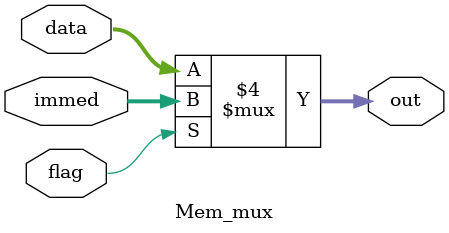
<source format=v>
`timescale 1ns / 1ps


module Mem_mux(
    input [31:0] data,
    input [31:0] immed,
    input flag,
    output reg [31:0] out
);

    always@(data, immed, flag)begin
        if (flag==0)
            out <= data;
        else
            out <=immed;
    end
endmodule

</source>
